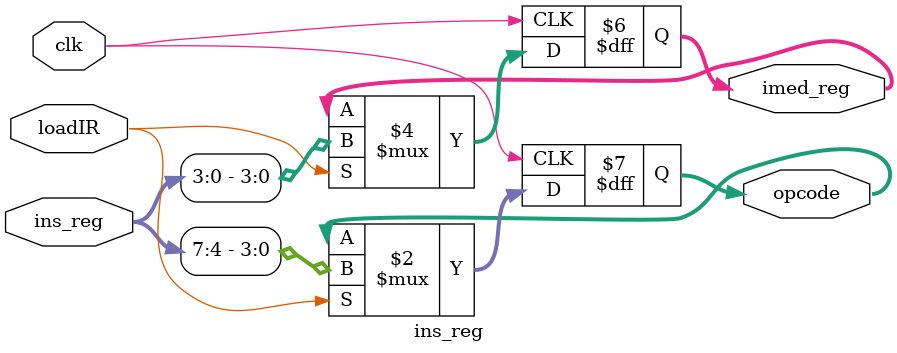
<source format=v>

module ins_reg(imed_reg, opcode, clk, loadIR, ins_reg);
output reg [3:0] imed_reg, opcode; //Imediate or register value and Opcode
input clk, loadIR; //Clock value and load instruction register
input [7:0] ins_reg; //Instruction register

always @ (posedge clk)
begin
	if (loadIR) //Load instruction register
	begin
		opcode <= ins_reg[7:4]; //Set opcode value
		imed_reg <= ins_reg[3:0]; //Set imediate value
	end
	else
	begin
		//DO NOTHING
	end
end


endmodule

</source>
